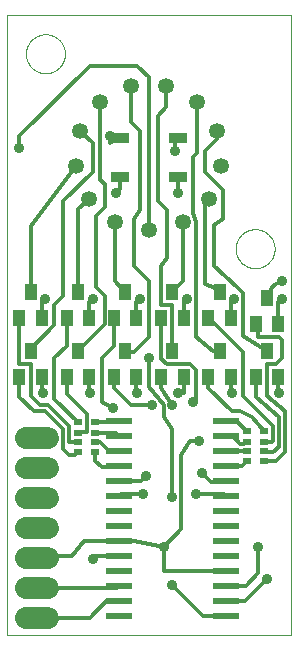
<source format=gtl>
G75*
%MOIN*%
%OFA0B0*%
%FSLAX25Y25*%
%IPPOS*%
%LPD*%
%AMOC8*
5,1,8,0,0,1.08239X$1,22.5*
%
%ADD10C,0.00000*%
%ADD11C,0.05307*%
%ADD12R,0.03937X0.05512*%
%ADD13R,0.09000X0.02200*%
%ADD14R,0.05906X0.03543*%
%ADD15C,0.07400*%
%ADD16R,0.03150X0.02362*%
%ADD17R,0.03150X0.01969*%
%ADD18C,0.03562*%
%ADD19C,0.01200*%
D10*
X0007524Y0024687D02*
X0007524Y0231380D01*
X0102012Y0231380D01*
X0102012Y0024687D01*
X0007524Y0024687D01*
X0083701Y0153624D02*
X0083703Y0153785D01*
X0083709Y0153945D01*
X0083719Y0154106D01*
X0083733Y0154266D01*
X0083751Y0154426D01*
X0083772Y0154585D01*
X0083798Y0154744D01*
X0083828Y0154902D01*
X0083861Y0155059D01*
X0083899Y0155216D01*
X0083940Y0155371D01*
X0083985Y0155525D01*
X0084034Y0155678D01*
X0084087Y0155830D01*
X0084143Y0155981D01*
X0084204Y0156130D01*
X0084267Y0156278D01*
X0084335Y0156424D01*
X0084406Y0156568D01*
X0084480Y0156710D01*
X0084558Y0156851D01*
X0084640Y0156989D01*
X0084725Y0157126D01*
X0084813Y0157260D01*
X0084905Y0157392D01*
X0085000Y0157522D01*
X0085098Y0157650D01*
X0085199Y0157775D01*
X0085303Y0157897D01*
X0085410Y0158017D01*
X0085520Y0158134D01*
X0085633Y0158249D01*
X0085749Y0158360D01*
X0085868Y0158469D01*
X0085989Y0158574D01*
X0086113Y0158677D01*
X0086239Y0158777D01*
X0086367Y0158873D01*
X0086498Y0158966D01*
X0086632Y0159056D01*
X0086767Y0159143D01*
X0086905Y0159226D01*
X0087044Y0159306D01*
X0087186Y0159382D01*
X0087329Y0159455D01*
X0087474Y0159524D01*
X0087621Y0159590D01*
X0087769Y0159652D01*
X0087919Y0159710D01*
X0088070Y0159765D01*
X0088223Y0159816D01*
X0088377Y0159863D01*
X0088532Y0159906D01*
X0088688Y0159945D01*
X0088844Y0159981D01*
X0089002Y0160012D01*
X0089160Y0160040D01*
X0089319Y0160064D01*
X0089479Y0160084D01*
X0089639Y0160100D01*
X0089799Y0160112D01*
X0089960Y0160120D01*
X0090121Y0160124D01*
X0090281Y0160124D01*
X0090442Y0160120D01*
X0090603Y0160112D01*
X0090763Y0160100D01*
X0090923Y0160084D01*
X0091083Y0160064D01*
X0091242Y0160040D01*
X0091400Y0160012D01*
X0091558Y0159981D01*
X0091714Y0159945D01*
X0091870Y0159906D01*
X0092025Y0159863D01*
X0092179Y0159816D01*
X0092332Y0159765D01*
X0092483Y0159710D01*
X0092633Y0159652D01*
X0092781Y0159590D01*
X0092928Y0159524D01*
X0093073Y0159455D01*
X0093216Y0159382D01*
X0093358Y0159306D01*
X0093497Y0159226D01*
X0093635Y0159143D01*
X0093770Y0159056D01*
X0093904Y0158966D01*
X0094035Y0158873D01*
X0094163Y0158777D01*
X0094289Y0158677D01*
X0094413Y0158574D01*
X0094534Y0158469D01*
X0094653Y0158360D01*
X0094769Y0158249D01*
X0094882Y0158134D01*
X0094992Y0158017D01*
X0095099Y0157897D01*
X0095203Y0157775D01*
X0095304Y0157650D01*
X0095402Y0157522D01*
X0095497Y0157392D01*
X0095589Y0157260D01*
X0095677Y0157126D01*
X0095762Y0156989D01*
X0095844Y0156851D01*
X0095922Y0156710D01*
X0095996Y0156568D01*
X0096067Y0156424D01*
X0096135Y0156278D01*
X0096198Y0156130D01*
X0096259Y0155981D01*
X0096315Y0155830D01*
X0096368Y0155678D01*
X0096417Y0155525D01*
X0096462Y0155371D01*
X0096503Y0155216D01*
X0096541Y0155059D01*
X0096574Y0154902D01*
X0096604Y0154744D01*
X0096630Y0154585D01*
X0096651Y0154426D01*
X0096669Y0154266D01*
X0096683Y0154106D01*
X0096693Y0153945D01*
X0096699Y0153785D01*
X0096701Y0153624D01*
X0096699Y0153463D01*
X0096693Y0153303D01*
X0096683Y0153142D01*
X0096669Y0152982D01*
X0096651Y0152822D01*
X0096630Y0152663D01*
X0096604Y0152504D01*
X0096574Y0152346D01*
X0096541Y0152189D01*
X0096503Y0152032D01*
X0096462Y0151877D01*
X0096417Y0151723D01*
X0096368Y0151570D01*
X0096315Y0151418D01*
X0096259Y0151267D01*
X0096198Y0151118D01*
X0096135Y0150970D01*
X0096067Y0150824D01*
X0095996Y0150680D01*
X0095922Y0150538D01*
X0095844Y0150397D01*
X0095762Y0150259D01*
X0095677Y0150122D01*
X0095589Y0149988D01*
X0095497Y0149856D01*
X0095402Y0149726D01*
X0095304Y0149598D01*
X0095203Y0149473D01*
X0095099Y0149351D01*
X0094992Y0149231D01*
X0094882Y0149114D01*
X0094769Y0148999D01*
X0094653Y0148888D01*
X0094534Y0148779D01*
X0094413Y0148674D01*
X0094289Y0148571D01*
X0094163Y0148471D01*
X0094035Y0148375D01*
X0093904Y0148282D01*
X0093770Y0148192D01*
X0093635Y0148105D01*
X0093497Y0148022D01*
X0093358Y0147942D01*
X0093216Y0147866D01*
X0093073Y0147793D01*
X0092928Y0147724D01*
X0092781Y0147658D01*
X0092633Y0147596D01*
X0092483Y0147538D01*
X0092332Y0147483D01*
X0092179Y0147432D01*
X0092025Y0147385D01*
X0091870Y0147342D01*
X0091714Y0147303D01*
X0091558Y0147267D01*
X0091400Y0147236D01*
X0091242Y0147208D01*
X0091083Y0147184D01*
X0090923Y0147164D01*
X0090763Y0147148D01*
X0090603Y0147136D01*
X0090442Y0147128D01*
X0090281Y0147124D01*
X0090121Y0147124D01*
X0089960Y0147128D01*
X0089799Y0147136D01*
X0089639Y0147148D01*
X0089479Y0147164D01*
X0089319Y0147184D01*
X0089160Y0147208D01*
X0089002Y0147236D01*
X0088844Y0147267D01*
X0088688Y0147303D01*
X0088532Y0147342D01*
X0088377Y0147385D01*
X0088223Y0147432D01*
X0088070Y0147483D01*
X0087919Y0147538D01*
X0087769Y0147596D01*
X0087621Y0147658D01*
X0087474Y0147724D01*
X0087329Y0147793D01*
X0087186Y0147866D01*
X0087044Y0147942D01*
X0086905Y0148022D01*
X0086767Y0148105D01*
X0086632Y0148192D01*
X0086498Y0148282D01*
X0086367Y0148375D01*
X0086239Y0148471D01*
X0086113Y0148571D01*
X0085989Y0148674D01*
X0085868Y0148779D01*
X0085749Y0148888D01*
X0085633Y0148999D01*
X0085520Y0149114D01*
X0085410Y0149231D01*
X0085303Y0149351D01*
X0085199Y0149473D01*
X0085098Y0149598D01*
X0085000Y0149726D01*
X0084905Y0149856D01*
X0084813Y0149988D01*
X0084725Y0150122D01*
X0084640Y0150259D01*
X0084558Y0150397D01*
X0084480Y0150538D01*
X0084406Y0150680D01*
X0084335Y0150824D01*
X0084267Y0150970D01*
X0084204Y0151118D01*
X0084143Y0151267D01*
X0084087Y0151418D01*
X0084034Y0151570D01*
X0083985Y0151723D01*
X0083940Y0151877D01*
X0083899Y0152032D01*
X0083861Y0152189D01*
X0083828Y0152346D01*
X0083798Y0152504D01*
X0083772Y0152663D01*
X0083751Y0152822D01*
X0083733Y0152982D01*
X0083719Y0153142D01*
X0083709Y0153303D01*
X0083703Y0153463D01*
X0083701Y0153624D01*
X0013819Y0218585D02*
X0013821Y0218746D01*
X0013827Y0218906D01*
X0013837Y0219067D01*
X0013851Y0219227D01*
X0013869Y0219387D01*
X0013890Y0219546D01*
X0013916Y0219705D01*
X0013946Y0219863D01*
X0013979Y0220020D01*
X0014017Y0220177D01*
X0014058Y0220332D01*
X0014103Y0220486D01*
X0014152Y0220639D01*
X0014205Y0220791D01*
X0014261Y0220942D01*
X0014322Y0221091D01*
X0014385Y0221239D01*
X0014453Y0221385D01*
X0014524Y0221529D01*
X0014598Y0221671D01*
X0014676Y0221812D01*
X0014758Y0221950D01*
X0014843Y0222087D01*
X0014931Y0222221D01*
X0015023Y0222353D01*
X0015118Y0222483D01*
X0015216Y0222611D01*
X0015317Y0222736D01*
X0015421Y0222858D01*
X0015528Y0222978D01*
X0015638Y0223095D01*
X0015751Y0223210D01*
X0015867Y0223321D01*
X0015986Y0223430D01*
X0016107Y0223535D01*
X0016231Y0223638D01*
X0016357Y0223738D01*
X0016485Y0223834D01*
X0016616Y0223927D01*
X0016750Y0224017D01*
X0016885Y0224104D01*
X0017023Y0224187D01*
X0017162Y0224267D01*
X0017304Y0224343D01*
X0017447Y0224416D01*
X0017592Y0224485D01*
X0017739Y0224551D01*
X0017887Y0224613D01*
X0018037Y0224671D01*
X0018188Y0224726D01*
X0018341Y0224777D01*
X0018495Y0224824D01*
X0018650Y0224867D01*
X0018806Y0224906D01*
X0018962Y0224942D01*
X0019120Y0224973D01*
X0019278Y0225001D01*
X0019437Y0225025D01*
X0019597Y0225045D01*
X0019757Y0225061D01*
X0019917Y0225073D01*
X0020078Y0225081D01*
X0020239Y0225085D01*
X0020399Y0225085D01*
X0020560Y0225081D01*
X0020721Y0225073D01*
X0020881Y0225061D01*
X0021041Y0225045D01*
X0021201Y0225025D01*
X0021360Y0225001D01*
X0021518Y0224973D01*
X0021676Y0224942D01*
X0021832Y0224906D01*
X0021988Y0224867D01*
X0022143Y0224824D01*
X0022297Y0224777D01*
X0022450Y0224726D01*
X0022601Y0224671D01*
X0022751Y0224613D01*
X0022899Y0224551D01*
X0023046Y0224485D01*
X0023191Y0224416D01*
X0023334Y0224343D01*
X0023476Y0224267D01*
X0023615Y0224187D01*
X0023753Y0224104D01*
X0023888Y0224017D01*
X0024022Y0223927D01*
X0024153Y0223834D01*
X0024281Y0223738D01*
X0024407Y0223638D01*
X0024531Y0223535D01*
X0024652Y0223430D01*
X0024771Y0223321D01*
X0024887Y0223210D01*
X0025000Y0223095D01*
X0025110Y0222978D01*
X0025217Y0222858D01*
X0025321Y0222736D01*
X0025422Y0222611D01*
X0025520Y0222483D01*
X0025615Y0222353D01*
X0025707Y0222221D01*
X0025795Y0222087D01*
X0025880Y0221950D01*
X0025962Y0221812D01*
X0026040Y0221671D01*
X0026114Y0221529D01*
X0026185Y0221385D01*
X0026253Y0221239D01*
X0026316Y0221091D01*
X0026377Y0220942D01*
X0026433Y0220791D01*
X0026486Y0220639D01*
X0026535Y0220486D01*
X0026580Y0220332D01*
X0026621Y0220177D01*
X0026659Y0220020D01*
X0026692Y0219863D01*
X0026722Y0219705D01*
X0026748Y0219546D01*
X0026769Y0219387D01*
X0026787Y0219227D01*
X0026801Y0219067D01*
X0026811Y0218906D01*
X0026817Y0218746D01*
X0026819Y0218585D01*
X0026817Y0218424D01*
X0026811Y0218264D01*
X0026801Y0218103D01*
X0026787Y0217943D01*
X0026769Y0217783D01*
X0026748Y0217624D01*
X0026722Y0217465D01*
X0026692Y0217307D01*
X0026659Y0217150D01*
X0026621Y0216993D01*
X0026580Y0216838D01*
X0026535Y0216684D01*
X0026486Y0216531D01*
X0026433Y0216379D01*
X0026377Y0216228D01*
X0026316Y0216079D01*
X0026253Y0215931D01*
X0026185Y0215785D01*
X0026114Y0215641D01*
X0026040Y0215499D01*
X0025962Y0215358D01*
X0025880Y0215220D01*
X0025795Y0215083D01*
X0025707Y0214949D01*
X0025615Y0214817D01*
X0025520Y0214687D01*
X0025422Y0214559D01*
X0025321Y0214434D01*
X0025217Y0214312D01*
X0025110Y0214192D01*
X0025000Y0214075D01*
X0024887Y0213960D01*
X0024771Y0213849D01*
X0024652Y0213740D01*
X0024531Y0213635D01*
X0024407Y0213532D01*
X0024281Y0213432D01*
X0024153Y0213336D01*
X0024022Y0213243D01*
X0023888Y0213153D01*
X0023753Y0213066D01*
X0023615Y0212983D01*
X0023476Y0212903D01*
X0023334Y0212827D01*
X0023191Y0212754D01*
X0023046Y0212685D01*
X0022899Y0212619D01*
X0022751Y0212557D01*
X0022601Y0212499D01*
X0022450Y0212444D01*
X0022297Y0212393D01*
X0022143Y0212346D01*
X0021988Y0212303D01*
X0021832Y0212264D01*
X0021676Y0212228D01*
X0021518Y0212197D01*
X0021360Y0212169D01*
X0021201Y0212145D01*
X0021041Y0212125D01*
X0020881Y0212109D01*
X0020721Y0212097D01*
X0020560Y0212089D01*
X0020399Y0212085D01*
X0020239Y0212085D01*
X0020078Y0212089D01*
X0019917Y0212097D01*
X0019757Y0212109D01*
X0019597Y0212125D01*
X0019437Y0212145D01*
X0019278Y0212169D01*
X0019120Y0212197D01*
X0018962Y0212228D01*
X0018806Y0212264D01*
X0018650Y0212303D01*
X0018495Y0212346D01*
X0018341Y0212393D01*
X0018188Y0212444D01*
X0018037Y0212499D01*
X0017887Y0212557D01*
X0017739Y0212619D01*
X0017592Y0212685D01*
X0017447Y0212754D01*
X0017304Y0212827D01*
X0017162Y0212903D01*
X0017023Y0212983D01*
X0016885Y0213066D01*
X0016750Y0213153D01*
X0016616Y0213243D01*
X0016485Y0213336D01*
X0016357Y0213432D01*
X0016231Y0213532D01*
X0016107Y0213635D01*
X0015986Y0213740D01*
X0015867Y0213849D01*
X0015751Y0213960D01*
X0015638Y0214075D01*
X0015528Y0214192D01*
X0015421Y0214312D01*
X0015317Y0214434D01*
X0015216Y0214559D01*
X0015118Y0214687D01*
X0015023Y0214817D01*
X0014931Y0214949D01*
X0014843Y0215083D01*
X0014758Y0215220D01*
X0014676Y0215358D01*
X0014598Y0215499D01*
X0014524Y0215641D01*
X0014453Y0215785D01*
X0014385Y0215931D01*
X0014322Y0216079D01*
X0014261Y0216228D01*
X0014205Y0216379D01*
X0014152Y0216531D01*
X0014103Y0216684D01*
X0014058Y0216838D01*
X0014017Y0216993D01*
X0013979Y0217150D01*
X0013946Y0217307D01*
X0013916Y0217465D01*
X0013890Y0217624D01*
X0013869Y0217783D01*
X0013851Y0217943D01*
X0013837Y0218103D01*
X0013827Y0218264D01*
X0013821Y0218424D01*
X0013819Y0218585D01*
D11*
X0031982Y0192778D03*
X0038608Y0202377D03*
X0048936Y0207798D03*
X0060600Y0207798D03*
X0070928Y0202377D03*
X0077554Y0192778D03*
X0078960Y0181199D03*
X0074824Y0170292D03*
X0066093Y0162558D03*
X0054768Y0159766D03*
X0043443Y0162558D03*
X0034712Y0170292D03*
X0030576Y0181199D03*
D12*
X0031146Y0139254D03*
X0027406Y0130593D03*
X0034886Y0130593D03*
X0043154Y0130593D03*
X0046894Y0139254D03*
X0050634Y0130593D03*
X0058902Y0130593D03*
X0062642Y0139254D03*
X0066382Y0130593D03*
X0074650Y0130593D03*
X0078390Y0139254D03*
X0082130Y0130593D03*
X0078390Y0119569D03*
X0074650Y0110908D03*
X0082130Y0110908D03*
X0090398Y0110908D03*
X0094138Y0119569D03*
X0097878Y0110908D03*
X0097878Y0128624D03*
X0094138Y0137286D03*
X0090398Y0128624D03*
X0066382Y0110908D03*
X0062642Y0119569D03*
X0058902Y0110908D03*
X0050634Y0110908D03*
X0046894Y0119569D03*
X0043154Y0110908D03*
X0034886Y0110908D03*
X0031146Y0119569D03*
X0027406Y0110908D03*
X0019138Y0110908D03*
X0015398Y0119569D03*
X0011658Y0110908D03*
X0011658Y0130593D03*
X0015398Y0139254D03*
X0019138Y0130593D03*
D13*
X0044842Y0096183D03*
X0044842Y0091183D03*
X0044842Y0086183D03*
X0044842Y0081183D03*
X0044842Y0076183D03*
X0044842Y0071183D03*
X0044842Y0066183D03*
X0044842Y0061183D03*
X0044842Y0056183D03*
X0044842Y0051183D03*
X0044842Y0046183D03*
X0044842Y0041183D03*
X0044842Y0036183D03*
X0044842Y0031183D03*
X0080442Y0031183D03*
X0080442Y0036183D03*
X0080442Y0041183D03*
X0080442Y0046183D03*
X0080442Y0051183D03*
X0080442Y0056183D03*
X0080442Y0061183D03*
X0080442Y0066183D03*
X0080442Y0071183D03*
X0080442Y0076183D03*
X0080442Y0081183D03*
X0080442Y0086183D03*
X0080442Y0091183D03*
X0080442Y0096183D03*
D14*
X0064414Y0177640D03*
X0064414Y0190632D03*
X0045123Y0190632D03*
X0045123Y0177640D03*
D15*
X0021067Y0090593D02*
X0013667Y0090593D01*
X0013667Y0080593D02*
X0021067Y0080593D01*
X0021067Y0070593D02*
X0013667Y0070593D01*
X0013667Y0060593D02*
X0021067Y0060593D01*
X0021067Y0050593D02*
X0013667Y0050593D01*
X0013667Y0040593D02*
X0021067Y0040593D01*
X0021067Y0030593D02*
X0013667Y0030593D01*
D16*
X0031028Y0085730D03*
X0036934Y0085730D03*
X0036934Y0095770D03*
X0031028Y0095770D03*
X0087327Y0092778D03*
X0093233Y0092778D03*
X0093233Y0082738D03*
X0087327Y0082738D03*
D17*
X0087327Y0086183D03*
X0087327Y0089333D03*
X0093233Y0089333D03*
X0093233Y0086183D03*
X0036934Y0089175D03*
X0036934Y0092325D03*
X0031028Y0092325D03*
X0031028Y0089175D03*
D18*
X0035083Y0105396D03*
X0042957Y0100475D03*
X0050831Y0105396D03*
X0055752Y0101459D03*
X0062642Y0101459D03*
X0064611Y0105396D03*
X0069532Y0102443D03*
X0071501Y0089648D03*
X0072485Y0078821D03*
X0070516Y0071931D03*
X0062642Y0070947D03*
X0053784Y0077837D03*
X0052800Y0071931D03*
X0059689Y0054215D03*
X0062642Y0041419D03*
X0036067Y0050278D03*
X0019335Y0105396D03*
X0020319Y0136892D03*
X0036067Y0136892D03*
X0051815Y0136892D03*
X0054768Y0117207D03*
X0067564Y0136892D03*
X0083312Y0136892D03*
X0099060Y0136892D03*
X0099060Y0142797D03*
X0098075Y0105396D03*
X0082327Y0105396D03*
X0091186Y0054215D03*
X0094138Y0043388D03*
X0064611Y0172325D03*
X0063627Y0186104D03*
X0043941Y0172325D03*
X0041973Y0191026D03*
X0011461Y0187089D03*
D19*
X0011461Y0191026D01*
X0035083Y0214648D01*
X0050831Y0214648D01*
X0054768Y0210711D01*
X0054768Y0159766D01*
X0049847Y0163467D02*
X0051815Y0166419D01*
X0051815Y0192994D01*
X0048936Y0195873D01*
X0048936Y0207798D01*
X0038608Y0202377D02*
X0038608Y0176674D01*
X0040004Y0175278D01*
X0040004Y0167404D01*
X0037052Y0164451D01*
X0037052Y0140829D01*
X0040004Y0137876D01*
X0040004Y0128427D01*
X0031146Y0119569D01*
X0027406Y0121341D02*
X0023272Y0117207D01*
X0023272Y0103526D01*
X0031028Y0095770D01*
X0028193Y0094569D02*
X0028193Y0089057D01*
X0031028Y0089175D01*
X0031028Y0092325D02*
X0031304Y0092600D01*
X0034099Y0092600D01*
X0034099Y0098506D01*
X0027406Y0105199D01*
X0027406Y0110908D01*
X0034886Y0110908D02*
X0034886Y0105593D01*
X0035083Y0105396D01*
X0039020Y0102443D02*
X0042957Y0100475D01*
X0039020Y0102443D02*
X0039020Y0117207D01*
X0043154Y0121341D01*
X0043154Y0130593D01*
X0046894Y0139254D02*
X0043443Y0142705D01*
X0043443Y0162558D01*
X0049847Y0163467D02*
X0049847Y0147719D01*
X0054768Y0142797D01*
X0054768Y0124097D01*
X0049847Y0119175D01*
X0046973Y0119175D01*
X0046894Y0119569D01*
X0043154Y0110908D02*
X0043154Y0107167D01*
X0048863Y0101459D01*
X0055752Y0101459D01*
X0058902Y0107167D02*
X0062642Y0101459D01*
X0059689Y0101459D02*
X0059689Y0097522D01*
X0062642Y0093585D01*
X0062642Y0070947D01*
X0070516Y0071931D02*
X0079694Y0071931D01*
X0080442Y0071183D01*
X0080127Y0075868D02*
X0080442Y0076183D01*
X0080127Y0075868D02*
X0075438Y0075868D01*
X0072485Y0078821D01*
X0080442Y0081183D02*
X0085772Y0081183D01*
X0087327Y0082738D01*
X0087327Y0086183D02*
X0083784Y0086183D01*
X0083312Y0085711D01*
X0080915Y0085711D01*
X0080442Y0086183D01*
X0080442Y0086183D01*
X0080442Y0091183D02*
X0082761Y0091183D01*
X0085280Y0088663D01*
X0086658Y0088663D01*
X0087327Y0089333D01*
X0087327Y0092778D02*
X0083922Y0096183D01*
X0080442Y0096183D01*
X0082327Y0099490D02*
X0085280Y0099490D01*
X0089217Y0097522D01*
X0093154Y0092856D01*
X0093233Y0092778D01*
X0093233Y0089333D02*
X0095792Y0089333D01*
X0096107Y0089648D01*
X0096107Y0094569D01*
X0086264Y0104412D01*
X0086264Y0119175D01*
X0074847Y0130593D01*
X0074650Y0130593D01*
X0070516Y0124097D02*
X0076028Y0119569D01*
X0078390Y0119569D01*
X0074650Y0110908D02*
X0074650Y0107167D01*
X0082327Y0099490D01*
X0082327Y0105396D02*
X0082130Y0105593D01*
X0082130Y0110908D01*
X0090398Y0110908D02*
X0090398Y0104215D01*
X0098075Y0097522D01*
X0098075Y0087679D01*
X0096107Y0085711D01*
X0093705Y0085711D01*
X0093233Y0086183D01*
X0093233Y0082738D02*
X0097071Y0082738D01*
X0100044Y0085711D01*
X0100044Y0099490D01*
X0094138Y0104412D01*
X0094138Y0115238D01*
X0097091Y0115238D01*
X0099060Y0117207D01*
X0099060Y0123112D01*
X0098075Y0124097D01*
X0091186Y0124097D01*
X0091186Y0127837D01*
X0090398Y0128624D01*
X0086264Y0124490D02*
X0094138Y0119569D01*
X0097878Y0110908D02*
X0097878Y0105593D01*
X0098075Y0105396D01*
X0086264Y0124490D02*
X0086264Y0138860D01*
X0084296Y0140829D01*
X0076422Y0147719D01*
X0076422Y0161498D01*
X0079375Y0163467D01*
X0079375Y0173309D01*
X0073469Y0179215D01*
X0073469Y0186104D01*
X0077554Y0190190D01*
X0077554Y0192778D01*
X0070928Y0185532D02*
X0070928Y0202377D01*
X0064414Y0190632D02*
X0063627Y0190829D01*
X0063627Y0186104D01*
X0064414Y0177640D02*
X0064414Y0172522D01*
X0064611Y0172325D01*
X0060674Y0166419D02*
X0057721Y0169372D01*
X0057721Y0197915D01*
X0060600Y0200795D01*
X0060600Y0207798D01*
X0070928Y0185532D02*
X0069532Y0184136D01*
X0069532Y0165435D01*
X0070516Y0162482D01*
X0070516Y0124097D01*
X0066382Y0130593D02*
X0066382Y0135711D01*
X0067564Y0136892D01*
X0062642Y0134923D02*
X0062642Y0119569D01*
X0058902Y0117010D02*
X0060674Y0115238D01*
X0068548Y0115238D01*
X0070516Y0113270D01*
X0070516Y0103427D01*
X0069532Y0102443D01*
X0066382Y0105593D02*
X0064611Y0105396D01*
X0066382Y0105593D02*
X0066382Y0110908D01*
X0059689Y0101459D02*
X0054768Y0107364D01*
X0054768Y0117207D01*
X0058902Y0117010D02*
X0058902Y0130593D01*
X0058705Y0134923D02*
X0062642Y0134923D01*
X0062642Y0139254D02*
X0066093Y0142705D01*
X0066093Y0162558D01*
X0060674Y0166419D02*
X0060674Y0150671D01*
X0058705Y0147719D01*
X0058705Y0134923D01*
X0051815Y0136892D02*
X0050634Y0135711D01*
X0050634Y0130593D01*
X0050634Y0110908D02*
X0050634Y0105593D01*
X0050831Y0105396D01*
X0044842Y0096183D02*
X0044429Y0095770D01*
X0036934Y0095770D01*
X0036934Y0092325D02*
X0043700Y0092325D01*
X0044842Y0091183D01*
X0044842Y0086183D02*
X0044370Y0085711D01*
X0041973Y0085711D01*
X0038508Y0089175D01*
X0036934Y0089175D01*
X0036934Y0085730D02*
X0036934Y0082876D01*
X0039020Y0080789D01*
X0044449Y0080789D01*
X0044842Y0081183D01*
X0044842Y0076183D02*
X0052130Y0076183D01*
X0053784Y0077837D01*
X0052800Y0071931D02*
X0045590Y0071931D01*
X0044842Y0071183D01*
X0044842Y0056183D02*
X0033115Y0056183D01*
X0029178Y0051262D01*
X0018036Y0051262D01*
X0017367Y0050593D01*
X0017367Y0040593D02*
X0044252Y0040593D01*
X0044842Y0041183D01*
X0044527Y0036498D02*
X0044842Y0036183D01*
X0044527Y0036498D02*
X0040989Y0036498D01*
X0035083Y0030593D01*
X0017367Y0030593D01*
X0036067Y0050278D02*
X0036973Y0051183D01*
X0044842Y0051183D01*
X0044842Y0056183D02*
X0049847Y0056183D01*
X0059689Y0054215D01*
X0065595Y0060120D01*
X0065595Y0084726D01*
X0068548Y0089648D01*
X0071501Y0089648D01*
X0058902Y0107167D02*
X0058902Y0110908D01*
X0073469Y0141813D02*
X0073469Y0168773D01*
X0074824Y0170292D01*
X0073469Y0141813D02*
X0078390Y0139845D01*
X0078390Y0139254D01*
X0082130Y0135711D02*
X0083312Y0136892D01*
X0082130Y0135711D02*
X0082130Y0130593D01*
X0094138Y0137286D02*
X0095713Y0140829D01*
X0097091Y0141813D01*
X0099060Y0142797D01*
X0099060Y0136892D02*
X0097878Y0135711D01*
X0097878Y0128624D01*
X0091186Y0054215D02*
X0091186Y0045356D01*
X0087012Y0041183D01*
X0080442Y0041183D01*
X0080442Y0036183D02*
X0086933Y0036183D01*
X0094138Y0043388D01*
X0080442Y0046183D02*
X0059847Y0046183D01*
X0059689Y0054215D01*
X0062642Y0041419D02*
X0072879Y0031183D01*
X0080442Y0031183D01*
X0030024Y0084726D02*
X0031028Y0085730D01*
X0030024Y0084726D02*
X0028193Y0084726D01*
X0026225Y0086695D01*
X0026225Y0093585D01*
X0020319Y0099490D01*
X0016382Y0099490D01*
X0011658Y0104215D01*
X0011658Y0110908D01*
X0011658Y0115041D02*
X0015398Y0115238D01*
X0015398Y0104412D01*
X0018351Y0101459D01*
X0021304Y0101459D01*
X0028193Y0094569D01*
X0019335Y0105396D02*
X0019138Y0105593D01*
X0019138Y0110908D01*
X0015398Y0119569D02*
X0015398Y0120160D01*
X0023272Y0128034D01*
X0023272Y0134923D01*
X0026225Y0137876D01*
X0026225Y0169372D01*
X0036067Y0179215D01*
X0036067Y0188692D01*
X0031982Y0192778D01*
X0030576Y0181199D02*
X0015398Y0161178D01*
X0015398Y0139254D01*
X0019138Y0135711D02*
X0019138Y0130593D01*
X0019138Y0135711D02*
X0020319Y0136892D01*
X0027406Y0130593D02*
X0027406Y0121341D01*
X0034886Y0130593D02*
X0034886Y0135711D01*
X0036067Y0136892D01*
X0031146Y0139254D02*
X0031146Y0166805D01*
X0034712Y0170292D01*
X0043941Y0172325D02*
X0045123Y0173506D01*
X0045123Y0177640D01*
X0041973Y0188939D02*
X0045123Y0190632D01*
X0041973Y0191026D02*
X0041973Y0188939D01*
X0011658Y0130593D02*
X0011658Y0115041D01*
M02*

</source>
